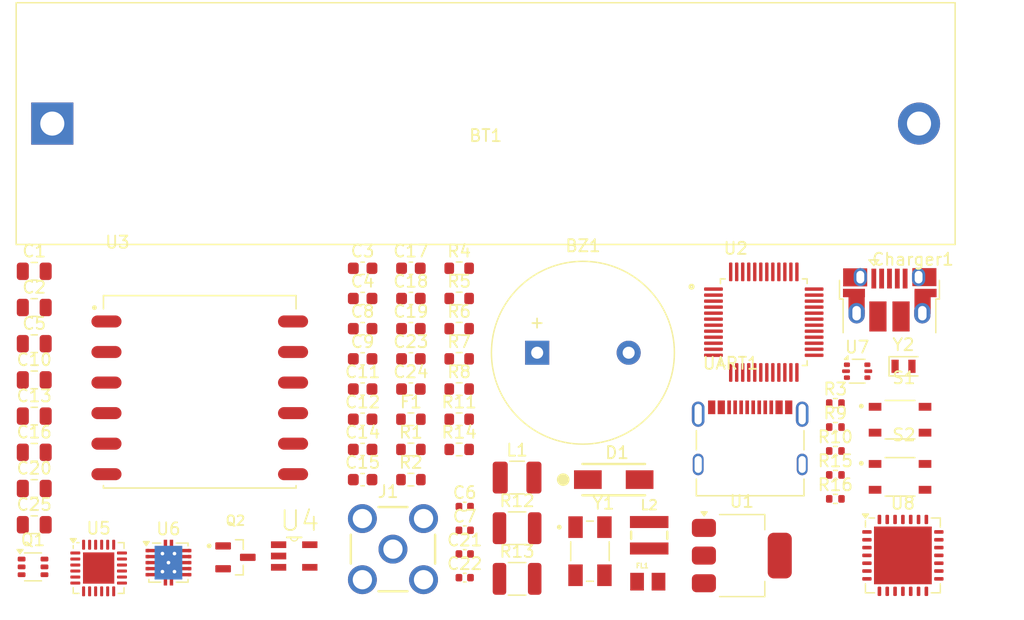
<source format=kicad_pcb>
(kicad_pcb (version 20241229) (generator "pcbnew") (generator_version "9.0")
  (layers (0 "F.Cu" signal) (2 "B.Cu" signal) (13 "F.Paste" user) (15 "B.Paste" user) (5 "F.SilkS" user "F.Silkscreen") (7 "B.SilkS" user "B.Silkscreen") (1 "F.Mask" user) (3 "B.Mask" user) (25 "Edge.Cuts" user))
  (net 0 "")
  (net 1 "Net-(BT1-+)")
  (net 2 "GND")
  (net 3 "Buzzer")
  (net 4 "5v OUT")
  (net 5 "3.3V OUT")
  (net 6 "Net-(Charger1-VBUS)")
  (net 7 "OSC_IN")
  (net 8 "Net-(C6-Pad1)")
  (net 9 "OSC_OUT")
  (net 10 "Net-(U5-REGIN)")
  (net 11 "Net-(Q2-D)")
  (net 12 "Net-(U5-VPP)")
  (net 13 "Net-(U6-VAUX)")
  (net 14 "Net-(U8-XTA)")
  (net 15 "Net-(U8-XTB)")
  (net 16 "Net-(C23-Pad2)")
  (net 17 "Net-(C23-Pad1)")
  (net 18 "Net-(Charger1-D+)")
  (net 19 "Net-(F1-Pad2)")
  (net 20 "Net-(FL1-Pad2)")
  (net 21 "Net-(U6-L)")
  (net 22 "Net-(U8-PA_BOOST)")
  (net 23 "RTS")
  (net 24 "NRST")
  (net 25 "DTR")
  (net 26 "BOOT0")
  (net 27 "GPS_Reset")
  (net 28 "Net-(U3-~{RESET})")
  (net 29 "Net-(U4-PROG)")
  (net 30 "Net-(U5-~{DTR})")
  (net 31 "Net-(U5-~{RTS})")
  (net 32 "Net-(U5-RXD)")
  (net 33 "TX")
  (net 34 "RX")
  (net 35 "Net-(U5-TXD)")
  (net 36 "Net-(U6-UVLO)")
  (net 37 "Net-(U5-~{RST})")
  (net 38 "Net-(UART1-CC2)")
  (net 39 "Net-(UART1-CC1)")
  (net 41 "PB0")
  (net 50 "GPS_TX")
  (net 52 "SCK")
  (net 53 "MISO")
  (net 55 "NSS(CS)")
  (net 57 "DIO0(IRQ)")
  (net 62 "RESET")
  (net 63 "MOSI")
  (net 68 "GPS_Rx")
  (net 84 "Net-(U5-D-)")
  (net 86 "Net-(U5-D+)")
  (net 89 "Net-(U7-I{slash}O2-Pad3)")
  (net 90 "Net-(U7-I{slash}O1-Pad1)")
  (footprint "Connector_USB:USB_Micro-B_Amphenol_10103594-0001LF_Horizontal" (layer "F.Cu") (at 105.9225 49.05)
    (property "Reference" "Charger1" (at 1.925 -3.365 0) (layer "F.SilkS"))
    (property "Value" "Charger")
    (pad "1" smd rect (at -1.325 -1.765 90) (size 1.65 0.4) (layers "F.Cu" "F.Mask" "F.Paste") (net 6 "Net-(Charger1-VBUS)"))
    (pad "2" smd rect (at -0.675 -1.765 90) (size 1.65 0.4) (layers "F.Cu" "F.Mask" "F.Paste") (net 18 "Net-(Charger1-D+)"))
    (pad "3" smd rect (at -0.025 -1.765 90) (size 1.65 0.4) (layers "F.Cu" "F.Mask" "F.Paste") (net 18 "Net-(Charger1-D+)"))
    (pad "4" smd rect (at 0.625 -1.765 90) (size 1.65 0.4) (layers "F.Cu" "F.Mask" "F.Paste") (net 2 "GND"))
    (pad "5" smd rect (at 1.275 -1.765 90) (size 1.65 0.4) (layers "F.Cu" "F.Mask" "F.Paste") (net 2 "GND"))
    (pad "6" smd rect (at -2.975 -0.565) (size 1.825 0.7) (layers "F.Cu" "F.Mask" "F.Paste") (net 2 "GND"))
    (pad "6" smd rect (at -2.875 -1.865) (size 2 1.5) (layers "F.Cu" "F.Mask" "F.Paste") (net 2 "GND"))
    (pad "6" smd rect (at -2.755 0.185) (size 1.35 2) (layers "F.Cu" "F.Mask" "F.Paste") (net 2 "GND"))
    (pad "6" thru_hole oval (at -2.755 1.115 90) (size 1.7 1.35) (drill oval 1.2 0.7) (property pad_prop_heatsink) (layers "*.Cu" "*.Mask") (net 2 "GND"))
    (pad "6" thru_hole oval (at -2.445 -1.885 90) (size 1.5 1.1) (drill oval 1.05 0.65) (property pad_prop_heatsink) (layers "*.Cu" "*.Mask") (net 2 "GND"))
    (pad "6" smd rect (at -0.985 1.385 90) (size 2.5 1.43) (layers "F.Cu" "F.Mask" "F.Paste") (net 2 "GND"))
    (pad "6" smd rect (at 0.935 1.385 90) (size 2.5 1.43) (layers "F.Cu" "F.Mask" "F.Paste") (net 2 "GND"))
    (pad "6" thru_hole oval (at 2.395 -1.885 90) (size 1.5 1.1) (drill oval 1.05 0.65) (property pad_prop_heatsink) (layers "*.Cu" "*.Mask") (net 2 "GND"))
    (pad "6" thru_hole oval (at 2.705 1.115 90) (size 1.7 1.35) (drill oval 1.2 0.7) (property pad_prop_heatsink) (layers "*.Cu" "*.Mask") (net 2 "GND"))
    (pad "6" smd rect (at 2.725 0.185) (size 1.35 2) (layers "F.Cu" "F.Mask" "F.Paste") (net 2 "GND"))
    (pad "6" smd rect (at 2.875 -1.885) (size 2 1.5) (layers "F.Cu" "F.Mask" "F.Paste") (net 2 "GND"))
    (pad "6" smd rect (at 2.975 -0.565) (size 1.825 0.7) (layers "F.Cu" "F.Mask" "F.Paste") (net 2 "GND"))
  )
  (footprint "Resistor_SMD:R_0603_1608Metric" (layer "F.Cu") (at 70.1525 46.43)
    (property "Reference" "R4" (at 0 -1.43 0) (layer "F.SilkS"))
    (property "Value" "1K")
    (pad "1" smd roundrect (at -0.825 0) (size 0.8 0.95) (layers "F.Cu" "F.Mask" "F.Paste") (net 2 "GND"))
    (pad "2" smd roundrect (at 0.825 0) (size 0.8 0.95) (layers "F.Cu" "F.Mask" "F.Paste") (net 28 "Net-(U3-~{RESET})"))
  )
  (footprint "Battery:BatteryHolder_MPD_BH-18650-PC2" (layer "F.Cu") (at 36.3525 34.4)
    (property "Reference" "BT1" (at 36 1 0) (layer "F.SilkS"))
    (property "Value" "Battery_Cell")
    (pad "" np_thru_hole circle (at 8.645 0) (size 3.2 3.2) (drill 3.2) (layers "*.Cu" "*.Mask"))
    (pad "" np_thru_hole circle (at 64.255 0) (size 3.2 3.2) (drill 3.2) (layers "*.Cu" "*.Mask"))
    (pad "1" thru_hole rect (at 0 0) (size 3.5 3.5) (drill 2) (layers "*.Cu" "*.Mask") (net 1 "Net-(BT1-+)"))
    (pad "2" thru_hole circle (at 72 0) (size 3.5 3.5) (drill 2) (layers "*.Cu" "*.Mask") (net 2 "GND"))
  )
  (footprint "ABM3B-8.000MHZ-B2-T:XTAL_ABM3B-8.000MHZ-B2-T" (layer "F.Cu") (at 81.0175 69.95)
    (property "Reference" "Y1" (at 1.125 -3.985 0) (layer "F.SilkS"))
    (property "Value" "ABM3B-8.000MHZ-B2-T")
    (pad "1" smd rect (at -1.2 -2) (size 1.2 1.8) (layers "F.Cu" "F.Mask" "F.Paste") (net 9 "OSC_OUT"))
    (pad "2" smd rect (at -1.2 2) (size 1.2 1.8) (layers "F.Cu" "F.Mask" "F.Paste") (net 2 "GND"))
    (pad "3" smd rect (at 1.2 2) (size 1.2 1.8) (layers "F.Cu" "F.Mask" "F.Paste") (net 7 "OSC_IN"))
    (pad "4" smd rect (at 1.2 -2) (size 1.2 1.8) (layers "F.Cu" "F.Mask" "F.Paste") (net 2 "GND"))
  )
  (footprint "BLM21PG221SN1D:BEADC2012X105N" (layer "F.Cu") (at 85.8205 72.483)
    (property "Reference" "FL1" (at -0.46 -1.32 0) (layer "F.SilkS") (effects (font (size 0.393701 0.393701))))
    (property "Value" "BLM21PG221SN1D")
    (pad "1" smd rect (at -0.89 0) (size 1.14 1.47) (layers "F.Cu" "F.Mask" "F.Paste") (net 19 "Net-(F1-Pad2)"))
    (pad "2" smd rect (at 0.89 0) (size 1.14 1.47) (layers "F.Cu" "F.Mask" "F.Paste") (net 20 "Net-(FL1-Pad2)"))
  )
  (footprint "Capacitor_SMD:C_0603_1608Metric" (layer "F.Cu") (at 66.1425 48.94)
    (property "Reference" "C18" (at 0 -1.43 0) (layer "F.SilkS"))
    (property "Value" "4.7uF")
    (pad "1" smd roundrect (at -0.775 0) (size 0.9 0.95) (layers "F.Cu" "F.Mask" "F.Paste") (net 12 "Net-(U5-VPP)"))
    (pad "2" smd roundrect (at 0.775 0) (size 0.9 0.95) (layers "F.Cu" "F.Mask" "F.Paste") (net 2 "GND"))
  )
  (footprint "SI2333DS-T1-E3:SOT95P237X112-3N" (layer "F.Cu") (at 51.5675 70.46)
    (property "Reference" "Q2" (at 0.00165 -3.04965 0) (layer "F.SilkS") (effects (font (size 0.8 0.8))))
    (property "Value" "Q_PMOS_DSG")
    (pad "1" smd roundrect (at -1.025 -0.95) (size 1.3 0.6) (layers "F.Cu" "F.Mask" "F.Paste") (roundrect_rratio 0.125) (net 11 "Net-(Q2-D)"))
    (pad "2" smd roundrect (at -1.025 0.95) (size 1.3 0.6) (layers "F.Cu" "F.Mask" "F.Paste") (roundrect_rratio 0.125) (net 1 "Net-(BT1-+)"))
    (pad "3" smd roundrect (at 1.025 0) (size 1.3 0.6) (layers "F.Cu" "F.Mask" "F.Paste") (roundrect_rratio 0.125) (net 6 "Net-(Charger1-VBUS)"))
  )
  (footprint "Capacitor_SMD:C_0603_1608Metric" (layer "F.Cu") (at 62.1325 61.49)
    (property "Reference" "C14" (at 0 -1.43 0) (layer "F.SilkS"))
    (property "Value" "4.7uF")
    (pad "1" smd roundrect (at -0.775 0) (size 0.9 0.95) (layers "F.Cu" "F.Mask" "F.Paste") (net 10 "Net-(U5-REGIN)"))
    (pad "2" smd roundrect (at 0.775 0) (size 0.9 0.95) (layers "F.Cu" "F.Mask" "F.Paste") (net 2 "GND"))
  )
  (footprint "L86-M33:XCVR_L86-M33" (layer "F.Cu") (at 48.6025 57.2)
    (property "Reference" "U3" (at -6.83545 -12.94087 0) (layer "F.SilkS") (effects (font (size 1.001528 1.001528))))
    (property "Value" "L86-M33")
    (pad "1" smd oval (at -7.75 -6.35) (size 2.5 1) (layers "F.Cu" "F.Mask") (net 68 "GPS_Rx"))
    (pad "2" smd oval (at -7.75 -3.81) (size 2.5 1) (layers "F.Cu" "F.Mask") (net 50 "GPS_TX"))
    (pad "3" smd oval (at -7.75 -1.27) (size 2.5 1) (layers "F.Cu" "F.Mask") (net 2 "GND"))
    (pad "4" smd oval (at -7.75 1.27) (size 2.5 1) (layers "F.Cu" "F.Mask") (net 5 "3.3V OUT"))
    (pad "5" smd oval (at -7.75 3.81) (size 2.5 1) (layers "F.Cu" "F.Mask") (net 5 "3.3V OUT"))
    (pad "6" smd oval (at -7.75 6.35) (size 2.5 1) (layers "F.Cu" "F.Mask"))
    (pad "7" smd oval (at 7.75 6.35) (size 2.5 1) (layers "F.Cu" "F.Mask"))
    (pad "8" smd oval (at 7.75 3.81) (size 2.5 1) (layers "F.Cu" "F.Mask"))
    (pad "9" smd oval (at 7.75 1.27) (size 2.5 1) (layers "F.Cu" "F.Mask"))
    (pad "10" smd oval (at 7.75 -1.27) (size 2.5 1) (layers "F.Cu" "F.Mask") (net 28 "Net-(U3-~{RESET})"))
    (pad "11" smd oval (at 7.75 -3.81) (size 2.5 1) (layers "F.Cu" "F.Mask"))
    (pad "12" smd oval (at 7.75 -6.35) (size 2.5 1) (layers "F.Cu" "F.Mask") (net 2 "GND"))
  )
  (footprint "12402012E212A:AMPHENOL_12402012E212A" (layer "F.Cu") (at 94.3275 62.74)
    (property "Reference" "UART1" (at -1.62 -8.405 0) (layer "F.SilkS"))
    (property "Value" "USB_C_Receptacle_USB2.0_16P")
    (pad "" np_thru_hole circle (at -2.89 -3.68) (size 0.65 0.65) (drill 0.65) (layers "*.Cu" "*.Mask"))
    (pad "" np_thru_hole circle (at 2.89 -3.68) (size 0.65 0.65) (drill 0.65) (layers "*.Cu" "*.Mask"))
    (pad "A1_B12" smd rect (at -3.2 -4.75) (size 0.6 1.14) (layers "F.Cu" "F.Mask" "F.Paste"))
    (pad "A4_B9" smd rect (at -2.4 -4.75) (size 0.6 1.14) (layers "F.Cu" "F.Mask" "F.Paste"))
    (pad "A5" smd rect (at -1.25 -4.75) (size 0.3 1.14) (layers "F.Cu" "F.Mask" "F.Paste") (net 39 "Net-(UART1-CC1)"))
    (pad "A6" smd rect (at -0.25 -4.75) (size 0.3 1.14) (layers "F.Cu" "F.Mask" "F.Paste") (net 90 "Net-(U7-I{slash}O1-Pad1)"))
    (pad "A7" smd rect (at 0.25 -4.75) (size 0.3 1.14) (layers "F.Cu" "F.Mask" "F.Paste") (net 89 "Net-(U7-I{slash}O2-Pad3)"))
    (pad "A8" smd rect (at 1.25 -4.75) (size 0.3 1.14) (layers "F.Cu" "F.Mask" "F.Paste"))
    (pad "B1_A12" smd rect (at 3.2 -4.75) (size 0.6 1.14) (layers "F.Cu" "F.Mask" "F.Paste"))
    (pad "B4_A9" smd rect (at 2.4 -4.75) (size 0.6 1.14) (layers "F.Cu" "F.Mask" "F.Paste"))
    (pad "B5" smd rect (at 1.75 -4.75) (size 0.3 1.14) (layers "F.Cu" "F.Mask" "F.Paste") (net 38 "Net-(UART1-CC2)"))
    (pad "B6" smd rect (at 0.75 -4.75) (size 0.3 1.14) (layers "F.Cu" "F.Mask" "F.Paste") (net 90 "Net-(U7-I{slash}O1-Pad1)"))
    (pad "B7" smd rect (at -0.75 -4.75) (size 0.3 1.14) (layers "F.Cu" "F.Mask" "F.Paste") (net 89 "Net-(U7-I{slash}O2-Pad3)"))
    (pad "B8" smd rect (at -1.75 -4.75) (size 0.3 1.14) (layers "F.Cu" "F.Mask" "F.Paste"))
    (pad "SH1" thru_hole oval (at -4.32 -4.18) (size 1.05 2.1) (drill oval 0.6 1.7) (layers "*.Cu" "*.Mask"))
    (pad "SH2" thru_hole oval (at 4.32 -4.18) (size 1.05 2.1) (drill oval 0.6 1.7) (layers "*.Cu" "*.Mask"))
    (pad "SH3" thru_hole oval (at -4.32 0) (size 0.9 1.8) (drill oval 0.6 1.4) (layers "*.Cu" "*.Mask"))
    (pad "SH4" thru_hole oval (at 4.32 0) (size 0.9 1.8) (drill oval 0.6 1.4) (layers "*.Cu" "*.Mask"))
  )
  (footprint "Capacitor_SMD:C_0603_1608Metric" (layer "F.Cu") (at 62.1325 56.47)
    (property "Reference" "C11" (at 0 -1.43 0) (layer "F.SilkS"))
    (property "Value" "4.7uF")
    (pad "1" smd roundrect (at -0.775 0) (size 0.9 0.95) (layers "F.Cu" "F.Mask" "F.Paste") (net 1 "Net-(BT1-+)"))
    (pad "2" smd roundrect (at 0.775 0) (size 0.9 0.95) (layers "F.Cu" "F.Mask" "F.Paste") (net 2 "GND"))
  )
  (footprint "Capacitor_SMD:C_0402_1005Metric" (layer "F.Cu") (at 70.6125 70.18)
    (property "Reference" "C21" (at 0 -1.16 0) (layer "F.SilkS"))
    (property "Value" "12pF")
    (pad "1" smd roundrect (at -0.48 0) (size 0.56 0.62) (layers "F.Cu" "F.Mask" "F.Paste") (net 2 "GND"))
    (pad "2" smd roundrect (at 0.48 0) (size 0.56 0.62) (layers "F.Cu" "F.Mask" "F.Paste") (net 14 "Net-(U8-XTA)"))
  )
  (footprint "Diode_SMD:SW_SKRPABE010" (layer "F.Cu") (at 106.7755 59.02)
    (property "Reference" "S1" (at 0.325 -3.485 0) (layer "F.SilkS"))
    (property "Value" "SKRPABE010")
    (pad "1" smd rect (at -2.075 -1.075) (size 1.05 0.65) (layers "F.Cu" "F.Mask" "F.Paste") (net 2 "GND"))
    (pad "2" smd rect (at 2.075 -1.075) (size 1.05 0.65) (layers "F.Cu" "F.Mask" "F.Paste") (net 2 "GND"))
    (pad "3" smd rect (at -2.075 1.075) (size 1.05 0.65) (layers "F.Cu" "F.Mask" "F.Paste") (net 5 "3.3V OUT"))
    (pad "4" smd rect (at 2.075 1.075) (size 1.05 0.65) (layers "F.Cu" "F.Mask" "F.Paste") (net 5 "3.3V OUT"))
  )
  (footprint "SMA-J-P-X-ST-TH1:SAMTEC_SMA-J-P-X-ST-TH1" (layer "F.Cu") (at 64.6525 69.78)
    (property "Reference" "J1" (at -0.39979 -4.78026 0) (layer "F.SilkS"))
    (property "Value" "SMA-J-P-X-ST-TH1")
    (pad "1" thru_hole circle (at 0 0) (size 2.4 2.4) (drill 1.6) (layers "*.Cu" "*.Mask") (net 17 "Net-(C23-Pad1)"))
    (pad "2" thru_hole circle (at 2.54 2.54) (size 2.4 2.4) (drill 1.6) (layers "*.Cu" "*.Mask") (net 2 "GND"))
    (pad "3" thru_hole circle (at 2.54 -2.54) (size 2.4 2.4) (drill 1.6) (layers "*.Cu" "*.Mask") (net 2 "GND"))
    (pad "4" thru_hole circle (at -2.54 -2.54) (size 2.4 2.4) (drill 1.6) (layers "*.Cu" "*.Mask") (net 2 "GND"))
    (pad "5" thru_hole circle (at -2.54 2.54) (size 2.4 2.4) (drill 1.6) (layers "*.Cu" "*.Mask") (net 2 "GND"))
  )
  (footprint "WE-TPC_2811:WE-TPC_2811" (layer "F.Cu") (at 85.9375 68.625)
    (property "Reference" "L2" (at 0 -2.508 0) (layer "F.SilkS") (effects (font (size 0.8 0.8))))
    (property "Value" "WE-TPC_2811")
    (pad "1" smd rect (at 0 -1.1) (size 3.2 1) (layers "F.Cu" "F.Mask" "F.Paste") (net 16 "Net-(C23-Pad2)"))
    (pad "2" smd rect (at 0 1.1) (size 3.2 1) (layers "F.Cu" "F.Mask" "F.Paste") (net 22 "Net-(U8-PA_BOOST)"))
  )
  (footprint "Resistor_SMD:R_0402_1005Metric" (layer "F.Cu") (at 101.4025 61.62)
    (property "Reference" "R10" (at 0 -1.17 0) (layer "F.SilkS"))
    (property "Value" "22R")
    (pad "1" smd roundrect (at -0.51 0) (size 0.54 0.64) (layers "F.Cu" "F.Mask" "F.Paste") (net 34 "RX"))
    (pad "2" smd roundrect (at 0.51 0) (size 0.54 0.64) (layers "F.Cu" "F.Mask" "F.Paste") (net 35 "Net-(U5-TXD)"))
  )
  (footprint "Buzzer_Beeper:Buzzer_15x7.5RM7.6" (layer "F.Cu") (at 76.6325 53.45)
    (property "Reference" "BZ1" (at 3.81 -8.89 0) (layer "F.SilkS"))
    (property "Value" "Buzzer")
    (fp_text user "+" (at -0.01 -2.54 0) (layer "F.SilkS"))
    (pad "1" thru_hole rect (at 0 0) (size 2 2) (drill 1) (layers "*.Cu" "*.Mask") (net 3 "Buzzer"))
    (pad "2" thru_hole circle (at 7.6 0) (size 2 2) (drill 1) (layers "*.Cu" "*.Mask") (net 2 "GND"))
  )
  (footprint "Resistor_SMD:R_0603_1608Metric" (layer "F.Cu") (at 66.1425 61.49)
    (property "Reference" "R1" (at 0 -1.43 0) (layer "F.SilkS"))
    (property "Value" "10K")
    (pad "1" smd roundrect (at -0.825 0) (size 0.8 0.95) (layers "F.Cu" "F.Mask" "F.Paste") (net 2 "GND"))
    (pad "2" smd roundrect (at 0.825 0) (size 0.8 0.95) (layers "F.Cu" "F.Mask" "F.Paste") (net 26 "BOOT0"))
  )
  (footprint "Resistor_SMD:R_0402_1005Metric" (layer "F.Cu") (at 101.4025 59.63)
    (property "Reference" "R9" (at 0 -1.17 0) (layer "F.SilkS"))
    (property "Value" "22R")
    (pad "1" smd roundrect (at -0.51 0) (size 0.54 0.64) (layers "F.Cu" "F.Mask" "F.Paste") (net 33 "TX"))
    (pad "2" smd roundrect (at 0.51 0) (size 0.54 0.64) (layers "F.Cu" "F.Mask" "F.Paste") (net 32 "Net-(U5-RXD)"))
  )
  (footprint "Capacitor_SMD:C_0603_1608Metric" (layer "F.Cu") (at 66.1425 51.45)
    (property "Reference" "C19" (at 0 -1.43 0) (layer "F.SilkS"))
    (property "Value" "1uF")
    (pad "1" smd roundrect (at -0.775 0) (size 0.9 0.95) (layers "F.Cu" "F.Mask" "F.Paste") (net 13 "Net-(U6-VAUX)"))
    (pad "2" smd roundrect (at 0.775 0) (size 0.9 0.95) (layers "F.Cu" "F.Mask" "F.Paste") (net 2 "GND"))
  )
  (footprint "Inductor_SMD:L_1210_3225Metric" (layer "F.Cu") (at 74.9625 63.83)
    (property "Reference" "L1" (at 0 -2.28 0) (layer "F.SilkS"))
    (property "Value" "2.2uH")
    (pad "1" smd roundrect (at -1.4 0) (size 1.25 2.65) (layers "F.Cu" "F.Mask" "F.Paste") (roundrect_rratio 0.2) (net 11 "Net-(Q2-D)"))
    (pad "2" smd roundrect (at 1.4 0) (size 1.25 2.65) (layers "F.Cu" "F.Mask" "F.Paste") (roundrect_rratio 0.2) (net 21 "Net-(U6-L)"))
  )
  (footprint "Capacitor_SMD:C_0603_1608Metric" (layer "F.Cu") (at 66.1425 53.96)
    (property "Reference" "C23" (at 0 -1.43 0) (layer "F.SilkS"))
    (property "Value" "27pF")
    (pad "1" smd roundrect (at -0.775 0) (size 0.9 0.95) (layers "F.Cu" "F.Mask" "F.Paste") (net 17 "Net-(C23-Pad1)"))
    (pad "2" smd roundrect (at 0.775 0) (size 0.9 0.95) (layers "F.Cu" "F.Mask" "F.Paste") (net 16 "Net-(C23-Pad2)"))
  )
  (footprint "Capacitor_SMD:C_0805_2012Metric" (layer "F.Cu") (at 34.8525 61.73)
    (property "Reference" "C16" (at 0 -1.68 0) (layer "F.SilkS"))
    (property "Value" "22uF")
    (pad "1" smd roundrect (at -0.95 0) (size 1 1.45) (layers "F.Cu" "F.Mask" "F.Paste") (net 10 "Net-(U5-REGIN)"))
    (pad "2" smd roundrect (at 0.95 0) (size 1 1.45) (layers "F.Cu" "F.Mask" "F.Paste") (net 2 "GND"))
  )
  (footprint "Capacitor_SMD:C_0603_1608Metric" (layer "F.Cu") (at 62.1325 58.98)
    (property "Reference" "C12" (at 0 -1.43 0) (layer "F.SilkS"))
    (property "Value" "0.1uF")
    (pad "1" smd roundrect (at -0.775 0) (size 0.9 0.95) (layers "F.Cu" "F.Mask" "F.Paste") (net 5 "3.3V OUT"))
    (pad "2" smd roundrect (at 0.775 0) (size 0.9 0.95) (layers "F.Cu" "F.Mask" "F.Paste") (net 2 "GND"))
  )
  (footprint "Capacitor_SMD:C_0402_1005Metric" (layer "F.Cu") (at 70.6125 72.15)
    (property "Reference" "C22" (at 0 -1.16 0) (layer "F.SilkS"))
    (property "Value" "12pF")
    (pad "1" smd roundrect (at -0.48 0) (size 0.56 0.62) (layers "F.Cu" "F.Mask" "F.Paste") (net 2 "GND"))
    (pad "2" smd roundrect (at 0.48 0) (size 0.56 0.62) (layers "F.Cu" "F.Mask" "F.Paste") (net 15 "Net-(U8-XTB)"))
  )
  (footprint "Package_TO_SOT_SMD:SOT-666" (layer "F.Cu") (at 103.2125 54.985)
    (property "Reference" "U7" (at 0 -2 0) (layer "F.SilkS"))
    (property "Value" "USBLC6-2P6")
    (pad "1" smd roundrect (at -0.85 -0.5375) (size 0.5 0.375) (layers "F.Cu" "F.Mask" "F.Paste") (net 90 "Net-(U7-I{slash}O1-Pad1)"))
    (pad "2" smd roundrect (at -0.925 0) (size 0.65 0.3) (layers "F.Cu" "F.Mask" "F.Paste") (net 2 "GND"))
    (pad "3" smd roundrect (at -0.85 0.5375) (size 0.5 0.375) (layers "F.Cu" "F.Mask" "F.Paste") (net 89 "Net-(U7-I{slash}O2-Pad3)"))
    (pad "4" smd roundrect (at 0.85 0.5375) (size 0.5 0.375) (layers "F.Cu" "F.Mask" "F.Paste") (net 84 "Net-(U5-D-)"))
    (pad "5" smd roundrect (at 0.925 0) (size 0.65 0.3) (layers "F.Cu" "F.Mask" "F.Paste") (net 10 "Net-(U5-REGIN)"))
    (pad "6" smd roundrect (at 0.85 -0.5375) (size 0.5 0.375) (layers "F.Cu" "F.Mask" "F.Paste") (net 86 "Net-(U5-D+)"))
  )
  (footprint "Resistor_SMD:R_0603_1608Metric" (layer "F.Cu") (at 70.1525 61.49)
    (property "Reference" "R14" (at 0 -1.43 0) (layer "F.SilkS"))
    (property "Value" "10K")
    (pad "1" smd roundrect (at -0.825 0) (size 0.8 0.95) (layers "F.Cu" "F.Mask" "F.Paste") (net 37 "Net-(U5-~{RST})"))
    (pad "2" smd roundrect (at 0.825 0) (size 0.8 0.95) (layers "F.Cu" "F.Mask" "F.Paste") (net 5 "3.3V OUT"))
  )
  (footprint "Crystal:Crystal_SMD_2012-2Pin_2.0x1.2mm" (layer "F.Cu") (at 107.0625 54.58)
    (property "Reference" "Y2" (at 0 -1.8 0) (layer "F.SilkS"))
    (property "Value" "Crystal")
    (pad "1" smd rect (at -0.7 0) (size 0.6 1.1) (layers "F.Cu" "F.Mask" "F.Paste") (net 15 "Net-(U8-XTB)"))
    (pad "2" smd rect (at 0.7 0) (size 0.6 1.1) (layers "F.Cu" "F.Mask" "F.Paste") (net 14 "Net-(U8-XTA)"))
  )
  (footprint "Capacitor_SMD:C_0402_1005Metric" (layer "F.Cu") (at 70.6125 68.21)
    (property "Reference" "C7" (at 0 -1.16 0) (layer "F.SilkS"))
    (property "Value" "20pF")
    (pad "1" smd roundrect (at -0.48 0) (size 0.56 0.62) (layers "F.Cu" "F.Mask" "F.Paste") (net 8 "Net-(C6-Pad1)"))
    (pad "2" smd roundrect (at 0.48 0) (size 0.56 0.62) (layers "F.Cu" "F.Mask" "F.Paste") (net 9 "OSC_OUT"))
  )
  (footprint "Capacitor_SMD:C_0805_2012Metric" (layer "F.Cu") (at 34.8525 49.69)
    (property "Reference" "C2" (at 0 -1.68 0) (layer "F.SilkS"))
    (property "Value" "22uF")
    (pad "1" smd roundrect (at -0.95 0) (size 1 1.45) (layers "F.Cu" "F.Mask" "F.Paste") (net 5 "3.3V OUT"))
    (pad "2" smd roundrect (at 0.95 0) (size 1 1.45) (layers "F.Cu" "F.Mask" "F.Paste") (net 2 "GND"))
  )
  (footprint "Resistor_SMD:R_0603_1608Metric" (layer "F.Cu") (at 66.1425 64)
    (property "Reference" "R2" (at 0 -1.43 0) (layer "F.SilkS"))
    (property "Value" "10K")
    (pad "1" smd roundrect (at -0.825 0) (size 0.8 0.95) (layers "F.Cu" "F.Mask" "F.Paste") (net 5 "3.3V OUT"))
    (pad "2" smd roundrect (at 0.825 0) (size 0.8 0.95) (layers "F.Cu" "F.Mask" "F.Paste") (net 24 "NRST"))
  )
  (footprint "Package_SON:Texas_S-PVSON-N10_ThermalVias" (layer "F.Cu") (at 46.0025 70.9)
    (property "Reference" "U6" (at 0 -2.8 0) (layer "F.SilkS"))
    (property "Value" "TPS61200DRC")
    (pad "1" smd rect (at -1.76 -1) (size 0.28 0.28) (layers "F.Cu" "F.Mask" "F.Paste") (net 13 "Net-(U6-VAUX)"))
    (pad "1" smd oval (at -1.475 -1) (size 0.85 0.28) (layers "F.Cu" "F.Mask" "F.Paste") (net 13 "Net-(U6-VAUX)"))
    (pad "2" smd rect (at -1.76 -0.5) (size 0.28 0.28) (layers "F.Cu" "F.Mask" "F.Paste") (net 4 "5v OUT"))
    (pad "2" smd oval (at -1.475 -0.5) (size 0.85 0.28) (layers "F.Cu" "F.Mask" "F.Paste") (net 4 "5v OUT"))
    (pad "3" smd rect (at -1.76 0) (size 0.28 0.28) (layers "F.Cu" "F.Mask" "F.Paste") (net 21 "Net-(U6-L)"))
    (pad "3" smd oval (at -1.475 0) (size 0.85 0.28) (layers "F.Cu" "F.Mask" "F.Paste") (net 21 "Net-(U6-L)"))
    (pad "4" smd rect (at -1.76 0.5) (size 0.28 0.28) (layers "F.Cu" "F.Mask" "F.Paste") (net 2 "GND"))
    (pad "4" smd oval (at -1.475 0.5) (size 0.85 0.28) (layers "F.Cu" "F.Mask" "F.Paste") (net 2 "GND"))
    (pad "5" smd rect (at -1.76 1) (size 0.28 0.28) (layers "F.Cu" "F.Mask" "F.Paste") (net 11 "Net-(Q2-D)"))
    (pad "5" smd oval (at -1.475 1) (size 0.85 0.28) (layers "F.Cu" "F.Mask" "F.Paste") (net 11 "Net-(Q2-D)"))
    (pad "6" smd oval (at 1.475 1) (size 0.85 0.28) (layers "F.Cu" "F.Mask" "F.Paste") (net 11 "Net-(Q2-D)"))
    (pad "6" smd rect (at 1.76 1) (size 0.28 0.28) (layers "F.Cu" "F.Mask" "F.Paste") (net 11 "Net-(Q2-D)"))
    (pad "7" smd oval (at 1.475 0.5) (size 0.85 0.28) (layers "F.Cu" "F.Mask" "F.Paste") (net 36 "Net-(U6-UVLO)"))
    (pad "7" smd rect (at 1.76 0.5) (size 0.28 0.28) (layers "F.Cu" "F.Mask" "F.Paste") (net 36 "Net-(U6-UVLO)"))
    (pad "8" smd oval (at 1.475 0) (size 0.85 0.28) (layers "F.Cu" "F.Mask" "F.Paste") (net 11 "Net-(Q2-D)"))
    (pad "8" smd rect (at 1.76 0) (size 0.28 0.28) (layers "F.Cu" "F.Mask" "F.Paste") (net 11 "Net-(Q2-D)"))
    (pad "9" smd oval (at 1.475 -0.5) (size 0.85 0.28) (layers "F.Cu" "F.Mask" "F.Paste") (net 2 "GND"))
    (pad "9" smd rect (at 1.76 -0.5) (size 0.28 0.28) (layers "F.Cu" "F.Mask" "F.Paste") (net 2 "GND"))
    (pad "10" smd oval (at 1.475 -1) (size 0.85 0.28) (layers "F.Cu" "F.Mask" "F.Paste") (net 4 "5v OUT"))
    (pad "10" smd rect (at 1.76 -1) (size 0.28 0.28) (layers "F.Cu" "F.Mask" "F.Paste") (net 4 "5v OUT"))
    (pad "11" thru_hole circle (at -0.5 -0.75) (size 0.6 0.6) (drill 0.3) (layers "*.Cu" "*.Mask") (net 2 "GND"))
    (pad "11" thru_hole circle (at -0.5 0.75) (size 0.6 0.6) (drill 0.3) (layers "*.Cu" "*.Mask") (net 2 "GND"))
    (pad "11" smd rect (at -0.45 -0.635) (size 0.68 1.05) (layers "F.Cu" "F.Mask" "F.Paste") (net 2 "GND"))
    (pad "11" smd rect (at -0.45 0.635) (size 0.68 1.05) (layers "F.Cu" "F.Mask" "F.Paste") (net 2 "GND"))
    (pad "11" smd rect (at -0.25 -1.63) (size 0.26 0.5) (layers "F.Cu" "F.Mask" "F.Paste") (net 2 "GND"))
    (pad "11" smd rect (at -0.25 -1.55) (size 0.28 0.7) (layers "F.Cu" "F.Mask") (net 2 "GND"))
    (pad "11" smd rect (at -0.25 1.55) (size 0.28 0.7) (layers "F.Cu" "F.Mask") (net 2 "GND"))
    (pad "11" smd rect (at -0.25 1.63) (size 0.26 0.5) (layers "F.Cu" "F.Mask" "F.Paste") (net 2 "GND"))
    (pad "11" thru_hole circle (at 0 0) (size 0.6 0.6) (drill 0.3) (layers "*.Cu" "*.Mask") (net 2 "GND"))
    (pad "11" smd rect (at 0 0) (size 1.65 2.4) (layers "F.Cu" "F.Mask") (net 2 "GND"))
    (pad "11" smd rect (at 0 0) (size 2.3 2.8) (layers "B.Cu") (net 2 "GND"))
    (pad "11" smd rect (at 0.25 -1.63) (size 0.26 0.5) (layers "F.Cu" "F.Mask" "F.Paste") (net 2 "GND"))
    (pad "11" smd rect (at 0.25 -1.55) (size 0.28 0.7) (layers "F.Cu" "F.Mask") (net 2 "GND"))
    (pad "11" smd rect (at 0.25 1.55) (size 0.28 0.7) (layers "F.Cu" "F.Mask") (net 2 "GND"))
    (pad "11" smd rect (at 0.25 1.63) (size 0.26 0.5) (layers "F.Cu" "F.Mask" "F.Paste") (net 2 "GND"))
    (pad "11" smd rect (at 0.45 -0.635) (size 0.68 1.05) (layers "F.Cu" "F.Mask" "F.Paste") (net 2 "GND"))
    (pad "11" smd rect (at 0.45 0.635) (size 0.68 1.05) (layers "F.Cu" "F.Mask" "F.Paste") (net 2 "GND"))
    (pad "11" thru_hole circle (at 0.5 -0.75) (size 0.6 0.6) (drill 0.3) (layers "*.Cu" "*.Mask") (net 2 "GND"))
    (pad "11" thru_hole circle (at 0.5 0.75) (size 0.6 0.6) (drill 0.3) (layers "*.Cu" "*.Mask") (net 2 "GND"))
  )
  (footprint "Package_TO_SOT_SMD:SOT95P280X145-5N" (layer "F.Cu") (at 56.4479 70.3506)
    (property "Reference" "U4" (at 0.45745 -2.92254 0) (layer "F.SilkS") (effects (font (size 1.640866 1.640866))))
    (property "Value" "MCP73831-2-OT")
    (pad "1" smd rect (at -1.2954 -0.9398) (size 1.27 0.5588) (layers "F.Cu" "F.Mask" "F.Paste"))
    (pad "2" smd rect (at -1.2954 0) (size 1.27 0.5588) (layers "F.Cu" "F.Mask" "F.Paste") (net 2 "GND"))
    (pad "3" smd rect (at -1.2954 0.9398) (size 1.27 0.5588) (layers "F.Cu" "F.Mask" "F.Paste") (net 1 "Net-(BT1-+)"))
    (pad "4" smd rect (at 1.2954 0.9398) (size 1.27 0.5588) (layers "F.Cu" "F.Mask" "F.Paste") (net 6 "Net-(Charger1-VBUS)"))
    (pad "5" smd rect (at 1.2954 -0.9398) (size 1.27 0.5588) (layers "F.Cu" "F.Mask" "F.Paste") (net 29 "Net-(U4-PROG)"))
  )
  (footprint "Diode_SMD:SW_SKRPABE010" (layer "F.Cu") (at 106.7755 63.77)
    (property "Reference" "S2" (at 0.325 -3.485 0) (layer "F.SilkS"))
    (property "Value" "SKRPABE010")
    (pad "1" smd rect (at -2.075 -1.075) (size 1.05 0.65) (layers "F.Cu" "F.Mask" "F.Paste") (net 24 "NRST"))
    (pad "2" smd rect (at 2.075 -1.075) (size 1.05 0.65) (layers "F.Cu" "F.Mask" "F.Paste") (net 24 "NRST"))
    (pad "3" smd rect (at -2.075 1.075) (size 1.05 0.65) (layers "F.Cu" "F.Mask" "F.Paste") (net 2 "GND"))
    (pad "4" smd rect (at 2.075 1.075) (size 1.05 0.65) (layers "F.Cu" "F.Mask" "F.Paste") (net 2 "GND"))
  )
  (footprint "Resistor_SMD:R_0603_1608Metric" (layer "F.Cu") (at 70.1525 53.96)
    (property "Reference" "R7" (at 0 -1.43 0) (layer "F.SilkS"))
    (property "Value" "10K")
    (pad "1" smd roundrect (at -0.825 0) (size 0.8 0.95) (layers "F.Cu" "F.Mask" "F.Paste") (net 25 "DTR"))
    (pad "2" smd roundrect (at 0.825 0) (size 0.8 0.95) (layers "F.Cu" "F.Mask" "F.Paste") (net 30 "Net-(U5-~{DTR})"))
  )
  (footprint "Package_DFN_QFN:QFN-28-1EP_6x6mm_P0.65mm_EP4.8x4.8mm" (layer "F.Cu") (at 107.0125 70.3)
    (property "Reference" "U8" (at 0 -4.33 0) (layer "F.SilkS"))
    (property "Value" "SX1278")
    (pad "1" smd roundrect (at -2.9875 -1.95) (size 0.775 0.3) (layers "F.Cu" "F.Mask" "F.Paste"))
    (pad "2" smd roundrect (at -2.9875 -1.3) (size 0.775 0.3) (layers "F.Cu" "F.Mask" "F.Paste"))
    (pad "3" smd roundrect (at -2.9875 -0.65) (size 0.775 0.3) (layers "F.Cu" "F.Mask" "F.Paste") (net 5 "3.3V OUT"))
    (pad "4" smd roundrect (at -2.9875 0) (size 0.775 0.3) (layers "F.Cu" "F.Mask" "F.Paste"))
    (pad "5" smd roundrect (at -2.9875 0.65) (size 0.775 0.3) (layers "F.Cu" "F.Mask" "F.Paste") (net 14 "Net-(U8-XTA)"))
    (pad "6" smd roundrect (at -2.9875 1.3) (size 0.775 0.3) (layers "F.Cu" "F.Mask" "F.Paste") (net 15 "Net-(U8-XTB)"))
    (pad "7" smd roundrect (at -2.9875 1.95) (size 0.775 0.3) (layers "F.Cu" "F.Mask" "F.Paste") (net 62 "RESET"))
    (pad "8" smd roundrect (at -1.95 2.9875) (size 0.3 0.775) (layers "F.Cu" "F.Mask" "F.Paste") (net 57 "DIO0(IRQ)"))
    (pad "9" smd roundrect (at -1.3 2.9875) (size 0.3 0.775) (layers "F.Cu" "F.Mask" "F.Paste"))
    (pad "10" smd roundrect (at -0.65 2.9875) (size 0.3 0.775) (layers "F.Cu" "F.Mask" "F.Paste"))
    (pad "11" smd roundrect (at 0 2.9875) (size 0.3 0.775) (layers "F.Cu" "F.Mask" "F.Paste"))
    (pad "12" smd roundrect (at 0.65 2.9875) (size 0.3 0.775) (layers "F.Cu" "F.Mask" "F.Paste"))
    (pad "13" smd roundrect (at 1.3 2.9875) (size 0.3 0.775) (layers "F.Cu" "F.Mask" "F.Paste"))
    (pad "14" smd roundrect (at 1.95 2.9875) (size 0.3 0.775) (layers "F.Cu" "F.Mask" "F.Paste") (net 5 "3.3V OUT"))
    (pad "15" smd roundrect (at 2.9875 1.95) (size 0.775 0.3) (layers "F.Cu" "F.Mask" "F.Paste") (net 2 "GND"))
    (pad "16" smd roundrect (at 2.9875 1.3) (size 0.775 0.3) (layers "F.Cu" "F.Mask" "F.Paste") (net 52 "SCK"))
    (pad "17" smd roundrect (at 2.9875 0.65) (size 0.775 0.3) (layers "F.Cu" "F.Mask" "F.Paste") (net 53 "MISO"))
    (pad "18" smd roundrect (at 2.9875 0) (size 0.775 0.3) (layers "F.Cu" "F.Mask" "F.Paste") (net 63 "MOSI"))
    (pad "19" smd roundrect (at 2.9875 -0.65) (size 0.775 0.3) (layers "F.Cu" "F.Mask" "F.Paste") (net 55 "NSS(CS)"))
    (pad "20" smd roundrect (at 2.9875 -1.3) (size 0.775 0.3) (layers "F.Cu" "F.Mask" "F.Paste"))
    (pad "21" smd roundrect (at 2.9875 -1.95) (size 0.775 0.3) (layers "F.Cu" "F.Mask" "F.Paste") (net 2 "GND"))
    (pad "22" smd roundrect (at 1.95 -2.9875) (size 0.3 0.775) (layers "F.Cu" "F.Mask" "F.Paste") (net 2 "GND"))
    (pad "23" smd roundrect (at 1.3 -2.9875) (size 0.3 0.775) (layers "F.Cu" "F.Mask" "F.Paste") (net 2 "GND"))
    (pad "24" smd roundrect (at 0.65 -2.9875) (size 0.3 0.775) (layers "F.Cu" "F.Mask" "F.Paste") (net 5 "3.3V OUT"))
    (pad "25" smd roundrect (at 0 -2.9875) (size 0.3 0.775) (layers "F.Cu" "F.Mask" "F.Paste"))
    (pad "26" smd roundrect (at -0.65 -2.9875) (size 0.3 0.775) (layers "F.Cu" "F.Mask" "F.Paste") (net 2 "GND"))
    (pad "27" smd roundrect (at -1.3 -2.9875) (size 0.3 0.775) (layers "F.Cu" "F.Mask" "F.Paste") (net 22 "Net-(U8-PA_BOOST)"))
    (pad "28" smd roundrect (at -1.95 -2.9875) (size 0.3 0.775) (layers "F.Cu" "F.Mask" "F.Paste"))
    (pad "29" smd rect (at 0 0) (size 4.8 4.8) (property pad_prop_heatsink) (layers "F.Cu" "F.Mask") (net 2 "GND"))
  )
  (footprint "Resistor_SMD:R_0603_1608Metric" (layer "F.Cu") (at 70.1525 51.45)
    (property "Reference" "R6" (at 0 -1.43 0) (layer "F.SilkS"))
    (property "Value" "10K")
    (pad "1" smd roundrect (at -0.825 0) (size 0.8 0.95) (layers "F.Cu" "F.Mask" "F.Paste") (net 6 "Net-(Charger1-VBUS)"))
    (pad "2" smd roundrect (at 0.825 0) (size 0.8 0.95) (layers "F.Cu" "F.Mask" "F.Paste") (net 2 "GND"))
  )
  (footprint "Capacitor_SMD:C_0402_1005Metric" (layer "F.Cu") (at 70.6125 66.24)
    (property "Reference" "C6" (at 0 -1.16 0) (layer "F.SilkS"))
    (property "Value" "20pF")
    (pad "1" smd roundrect (at -0.48 0) (size 0.56 0.62) (layers "F.Cu" "F.Mask" "F.Paste") (net 8 "Net-(C6-Pad1)"))
    (pad "2" smd roundrect (at 0.48 0) (size 0.56 0.62) (layers "F.Cu" "F.Mask" "F.Paste") (net 7 "OSC_IN"))
  )
  (footprint "Capacitor_SMD:C_0603_1608Metric" (layer "F.Cu") (at 62.1325 48.94)
    (property "Reference" "C4" (at 0 -1.43 0) (layer "F.SilkS"))
    (property "Value" "1uF")
    (pad "1" smd roundrect (at -0.775 0) (size 0.9 0.95) (layers "F.Cu" "F.Mask" "F.Paste") (net 2 "GND"))
    (pad "2" smd roundrect (at 0.775 0) (size 0.9 0.95) (layers "F.Cu" "F.Mask" "F.Paste") (net 5 "3.3V OUT"))
  )
  (footprint "Resistor_SMD:R_0402_1005Metric" (layer "F.Cu") (at 101.4025 63.61)
    (property "Reference" "R15" (at 0 -1.17 0) (layer "F.SilkS"))
    (property "Value" "5.1K")
    (pad "1" smd roundrect (at -0.51 0) (size 0.54 0.64) (layers "F.Cu" "F.Mask" "F.Paste") (net 2 "GND"))
    (pad "2" smd roundrect (at 0.51 0) (size 0.54 0.64) (layers "F.Cu" "F.Mask" "F.Paste") (net 38 "Net-(UART1-CC2)"))
  )
  (footprint "Package_TO_SOT_SMD:SOT-363_SC-70-6" (layer "F.Cu") (at 34.7525 71.255)
    (property "Reference" "Q1" (at 0 -2.25 0) (layer "F.SilkS"))
    (property "Value" "UMH3N")
    (pad "1" smd roundrect (at -0.95 -0.65) (size 0.65 0.4) (layers "F.Cu" "F.Mask" "F.Paste") (net 23 "RTS"))
    (pad "2" smd roundrect (at -0.95 0) (size 0.65 0.4) (layers "F.Cu" "F.Mask" "F.Paste") (net 25 "DTR"))
    (pad "3" smd roundrect (at -0.95 0.65) (size 0.65 0.4) (layers "F.Cu" "F.Mask" "F.Paste") (net 24 "NRST"))
    (pad "4" smd roundrect (at 0.95 0.65) (size 0.65 0.4) (layers "F.Cu" "F.Mask" "F.Paste") (net 25 "DTR"))
    (pad "5" smd roundrect (at 0.95 0) (size 0.65 0.4) (layers "F.Cu" "F.Mask" "F.Paste") (net 23 "RTS"))
    (pad "6" smd roundrect (at 0.95 -0.65) (size 0.65 0.4) (layers "F.Cu" "F.Mask" "F.Paste") (net 26 "BOOT0"))
  )
  (footprint "Capacitor_SMD:C_0603_1608Metric" (layer "F.Cu") (at 66.1425 46.43)
    (property "Reference" "C17" (at 0 -1.43 0) (layer "F.SilkS"))
    (property "Value" "0.1uF")
    (pad "1" smd roundrect (at -0.775 0) (size 0.9 0.95) (layers "F.Cu" "F.Mask" "F.Paste") (net 2 "GND"))
    (pad "2" smd roundrect (at 0.775 0) (size 0.9 0.95) (layers "F.Cu" "F.Mask" "F.Paste") (net 10 "Net-(U5-REGIN)"))
  )
  (footprint "Resistor_SMD:R_0603_1608Metric" (layer "F.Cu") (at 66.1425 58.98)
    (property "Reference" "F1" (at 0 -1.43 0) (layer "F.SilkS"))
    (property "Value" "Polyfuse")
    (pad "1" smd roundrect (at -0.825 0) (size 0.8 0.95) (layers "F.Cu" "F.Mask" "F.Paste") (net 10 "Net-(U5-REGIN)"))
    (pad "2" smd roundrect (at 0.825 0) (size 0.8 0.95) (layers "F.Cu" "F.Mask" "F.Paste") (net 19 "Net-(F1-Pad2)"))
  )
  (footprint "Resistor_SMD:R_0603_1608Metric" (layer "F.Cu") (at 70.1525 56.47)
    (property "Reference" "R8" (at 0 -1.43 0) (layer "F.SilkS"))
    (property "Value" "10K")
    (pad "1" smd roundrect (at -0.825 0) (size 0.8 0.95) (layers "F.Cu" "F.Mask" "F.Paste") (net 23 "RTS"))
    (pad "2" smd roundrect (at 0.825 0) (size 0.8 0.95) (layers "F.Cu" "F.Mask" "F.Paste") (net 31 "Net-(U5-~{RTS})"))
  )
  (footprint "Capacitor_SMD:C_0603_1608Metric" (layer "F.Cu") (at 62.1325 64)
    (property "Reference" "C15" (at 0 -1.43 0) (layer "F.SilkS"))
    (property "Value" "4.7uF")
    (pad "1" smd roundrect (at -0.775 0) (size 0.9 0.95) (layers "F.Cu" "F.Mask" "F.Paste") (net 11 "Net-(Q2-D)"))
    (pad "2" smd roundrect (at 0.775 0) (size 0.9 0.95) (layers "F.Cu" "F.Mask" "F.Paste") (net 2 "GND"))
  )
  (footprint "Capacitor_SMD:C_0805_2012Metric" (layer "F.Cu") (at 34.8525 58.72)
    (property "Reference" "C13" (at 0 -1.68 0) (layer "F.SilkS"))
    (property "Value" "22uF")
    (pad "1" smd roundrect (at -0.95 0) (size 1 1.45) (layers "F.Cu" "F.Mask" "F.Paste") (net 2 "GND"))
    (pad "2" smd roundrect (at 0.95 0) (size 1 1.45) (layers "F.Cu" "F.Mask" "F.Paste") (net 5 "3.3V OUT"))
  )
  (footprint "Resistor_SMD:R_0603_1608Metric" (layer "F.Cu") (at 70.1525 58.98)
    (property "Reference" "R11" (at 0 -1.43 0) (layer "F.SilkS"))
    (property "Value" "1M")
    (pad "1" smd roundrect (at -0.825 0) (size 0.8 0.95) (layers "F.Cu" "F.Mask" "F.Paste") (net 7 "OSC_IN"))
    (pad "2" smd roundrect (at 0.825 0) (size 0.8 0.95) (layers "F.Cu" "F.Mask" "F.Paste") (net 9 "OSC_OUT"))
  )
  (footprint "Resistor_SMD:R_0402_1005Metric" (layer "F.Cu") (at 101.4025 57.64)
    (property "Reference" "R3" (at 0 -1.17 0) (layer "F.SilkS"))
    (property "Value" "100R")
    (pad "1" smd roundrect (at -0.51 0) (size 0.54 0.64) (layers "F.Cu" "F.Mask" "F.Paste") (net 27 "GPS_Reset"))
    (pad "2" smd roundrect (at 0.51 0) (size 0.54 0.64) (layers "F.Cu" "F.Mask" "F.Paste") (net 28 "Net-(U3-~{RESET})"))
  )
  (footprint "Resistor_SMD:R_0603_1608Metric" (layer "F.Cu") (at 70.1525 48.94)
    (property "Reference" "R5" (at 0 -1.43 0) (layer "F.SilkS"))
    (property "Value" "10K")
    (pad "1" smd roundrect (at -0.825 0) (size 0.8 0.95) (layers "F.Cu" "F.Mask" "F.Paste") (net 29 "Net-(U4-PROG)"))
    (pad "2" smd roundrect (at 0.825 0) (size 0.8 0.95) (layers "F.Cu" "F.Mask" "F.Paste") (net 2 "GND"))
  )
  (footprint "Package_TO_SOT_SMD:SOT-223-3_TabPin2" (layer "F.Cu") (at 93.6325 70.315)
    (property "Reference" "U1" (at 0 -4.5 0) (layer "F.SilkS"))
    (property "Value" "AMS1117-3.3")
    (pad "1" smd roundrect (at -3.15 -2.3) (size 2 1.5) (layers "F.Cu" "F.Mask" "F.Paste") (net 2 "GND"))
    (pad "2" smd roundrect (at -3.15 0) (size 2 1.5) (layers "F.Cu" "F.Mask" "F.Paste") (net 5 "3.3V OUT"))
    (pad "2" smd roundrect (at 3.15 0) (size 2 3.8) (layers "F.Cu" "F.Mask" "F.Paste") (net 5 "3.3V OUT"))
    (pad "3" smd roundrect (at -3.15 2.3) (size 2 1.5) (layers "F.Cu" "F.Mask" "F.Paste") (net 4 "5v OUT"))
  )
  (footprint "Capacitor_SMD:C_0603_1608Metric" (layer "F.Cu") (at 66.1425 56.47)
    (property "Reference" "C24" (at 0 -1.43 0) (layer "F.SilkS"))
    (property "Value" "1uF")
    (pad "1" smd roundrect (at -0.775 0) (size 0.9 0.95) (layers "F.Cu" "F.Mask" "F.Paste") (net 2 "GND"))
    (pad "2" smd roundrect (at 0.775 0) (size 0.9 0.95) (layers "F.Cu" "F.Mask" "F.Paste") (net 5 "3.3V OUT"))
  )
  (footprint "Capacitor_SMD:C_0805_2012Metric" (layer "F.Cu") (at 34.8525 52.7)
    (property "Reference" "C5" (at 0 -1.68 0) (layer "F.SilkS"))
    (property "Value" "22uF")
    (pad "1" smd roundrect (at -0.95 0) (size 1 1.45) (layers "F.Cu" "F.Mask" "F.Paste") (net 2 "GND"))
    (pad "2" smd roundrect (at 0.95 0) (size 1 1.45) (layers "F.Cu" "F.Mask" "F.Paste") (net 5 "3.3V OUT"))
  )
  (footprint "Capacitor_SMD:C_0603_1608Metric" (layer "F.Cu") (at 62.1325 51.45)
    (property "Reference" "C8" (at 0 -1.43 0) (layer "F.SilkS"))
    (property "Value" "1uF")
    (pad "1" smd roundrect (at -0.775 0) (size 0.9 0.95) (layers "F.Cu" "F.Mask" "F.Paste") (net 2 "GND"))
    (pad "2" smd roundrect (at 0.775 0) (size 0.9 0.95) (layers "F.Cu" "F.Mask" "F.Paste") (net 5 "3.3V OUT"))
  )
  (footprint "STM32F103C8T6:QFP50P900X900X160-48N" (layer "F.Cu") (at 95.4575 50.91)
    (property "Reference" "U2" (at -2.325 -6.135 0) (layer "F.SilkS"))
    (property "Value" "STM32F103C8T6")
    (pad "1" smd roundrect (at -4.18 -2.75) (size 1.56 0.28) (layers "F.Cu" "F.Mask" "F.Paste") (net 5 "3.3V OUT"))
    (pad "2" smd roundrect (at -4.18 -2.25) (size 1.56 0.28) (layers "F.Cu" "F.Mask" "F.Paste"))
    (pad "3" smd roundrect (at -4.18 -1.75) (size 1.56 0.28) (layers "F.Cu" "F.Mask" "F.Paste"))
    (pad "4" smd roundrect (at -4.18 -1.25) (size 1.56 0.28) (layers "F.Cu" "F.Mask" "F.Paste"))
    (pad "5" smd roundrect (at -4.18 -0.75) (size 1.56 0.28) (layers "F.Cu" "F.Mask" "F.Paste") (net 7 "OSC_IN"))
    (pad "6" smd roundrect (at -4.18 -0.25) (size 1.56 0.28) (layers "F.Cu" "F.Mask" "F.Paste") (net 9 "OSC_OUT"))
    (pad "7" smd roundrect (at -4.18 0.25) (size 1.56 0.28) (layers "F.Cu" "F.Mask" "F.Paste") (net 24 "NRST"))
    (pad "8" smd roundrect (at -4.18 0.75) (size 1.56 0.28) (layers "F.Cu" "F.Mask" "F.Paste") (net 2 "GND"))
    (pad "9" smd roundrect (at -4.18 1.25) (size 1.56 0.28) (layers "F.Cu" "F.Mask" "F.Paste") (net 5 "3.3V OUT"))
    (pad "10" smd roundrect (at -4.18 1.75) (size 1.56 0.28) (layers "F.Cu" "F.Mask" "F.Paste"))
    (pad "11" smd roundrect (at -4.18 2.25) (size 1.56 0.28) (layers "F.Cu" "F.Mask" "F.Paste") (net 27 "GPS_Reset"))
    (pad "12" smd roundrect (at -4.18 2.75) (size 1.56 0.28) (layers "F.Cu" "F.Mask" "F.Paste") (net 68 "GPS_Rx"))
    (pad "13" smd roundrect (at -2.75 4.18) (size 0.28 1.56) (layers "F.Cu" "F.Mask" "F.Paste") (net 50 "GPS_TX"))
    (pad "14" smd roundrect (at -2.25 4.18) (size 0.28 1.56) (layers "F.Cu" "F.Mask" "F.Paste") (net 55 "NSS(CS)"))
    (pad "15" smd roundrect (at -1.75 4.18) (size 0.28 1.56) (layers "F.Cu" "F.Mask" "F.Paste") (net 52 "SCK"))
    (pad "16" smd roundrect (at -1.25 4.18) (size 0.28 1.56) (layers "F.Cu" "F.Mask" "F.Paste") (net 53 "MISO"))
    (pad "17" smd roundrect (at -0.75 4.18) (size 0.28 1.56) (layers "F.Cu" "F.Mask" "F.Paste") (net 63 "MOSI"))
    (pad "18" smd roundrect (at -0.25 4.18) (size 0.28 1.56) (layers "F.Cu" "F.Mask" "F.Paste") (net 41 "PB0"))
    (pad "19" smd roundrect (at 0.25 4.18) (size 0.28 1.56) (layers "F.Cu" "F.Mask" "F.Paste") (net 57 "DIO0(IRQ)"))
    (pad "20" smd roundrect (at 0.75 4.18) (size 0.28 1.56) (layers "F.Cu" "F.Mask" "F.Paste"))
    (pad "21" smd roundrect (at 1.25 4.18) (size 0.28 1.56) (layers "F.Cu" "F.Mask" "F.Paste"))
    (pad "22" smd roundrect (at 1.75 4.18) (size 0.28 1.56) (layers "F.Cu" "F.Mask" "F.Paste"))
    (pad "23" smd roundrect (at 2.25 4.18) (size 0.28 1.56) (layers "F.Cu" "F.Mask" "F.Paste") (net 2 "GND"))
    (pad "24" smd roundrect (at 2.75 4.18) (size 0.28 1.56) (layers "F.Cu" "F.Mask" "F.Paste") (net 5 "3.3V OUT"))
    (pad "25" smd roundrect (at 4.18 2.75) (size 1.56 0.28) (layers "F.Cu" "F.Mask" "F.Paste"))
    (pad "26" smd roundrect (at 4.18 2.25) (size 1.56 0.28) (layers "F.Cu" "F.Mask" "F.Paste"))
    (pad "27" smd roundrect (at 4.18 1.75) (size 1.56 0.28) (layers "F.Cu" "F.Mask" "F.Paste"))
    (pad "28" smd roundrect (at 4.18 1.25) (size 1.56 0.28) (layers "F.Cu" "F.Mask" "F.Paste"))
    (pad "29" smd roundrect (at 4.18 0.75) (size 1.56 0.28) (layers "F.Cu" "F.Mask" "F.Paste") (net 62 "RESET"))
    (pad "30" smd roundrect (at 4.18 0.25) (size 1.56 0.28) (layers "F.Cu" "F.Mask" "F.Paste") (net 34 "RX"))
    (pad "31" smd roundrect (at 4.18 -0.25) (size 1.56 0.28) (layers "F.Cu" "F.Mask" "F.Paste") (net 33 "TX"))
    (pad "32" smd roundrect (at 4.18 -0.75) (size 1.56 0.28) (layers "F.Cu" "F.Mask" "F.Paste") (net 3 "Buzzer"))
    (pad "33" smd roundrect (at 4.18 -1.25) (size 1.56 0.28) (layers "F.Cu" "F.Mask" "F.Paste"))
    (pad "34" smd roundrect (at 4.18 -1.75) (size 1.56 0.28) (layers "F.Cu" "F.Mask" "F.Paste"))
    (pad "35" smd roundrect (at 4.18 -2.25) (size 1.56 0.28) (layers "F.Cu" "F.Mask" "F.Paste") (net 2 "GND"))
    (pad "36" smd roundrect (at 4.18 -2.75) (size 1.56 0.28) (layers "F.Cu" "F.Mask" "F.Paste") (net 5 "3.3V OUT"))
    (pad "37" smd roundrect (at 2.75 -4.18) (size 0.28 1.56) (layers "F.Cu" "F.Mask" "F.Paste"))
    (pad "38" smd roundrect (at 2.25 -4.18) (size 0.28 1.56) (layers "F.Cu" "F.Mask" "F.Paste"))
    (pad "39" smd roundrect (at 1.75 -4.18) (size 0.28 1.56) (layers "F.Cu" "F.Mask" "F.Paste"))
    (pad "40" smd roundrect (at 1.25 -4.18) (size 0.28 1.56) (layers "F.Cu" "F.Mask" "F.Paste"))
    (pad "41" smd roundrect (at 0.75 -4.18) (size 0.28 1.56) (layers "F.Cu" "F.Mask" "F.Paste"))
    (pad "42" smd roundrect (at 0.25 -4.18) (size 0.28 1.56) (layers "F.Cu" "F.Mask" "F.Paste"))
    (pad "43" smd roundrect (at -0.25 -4.18) (size 0.28 1.56) (layers "F.Cu" "F.Mask" "F.Paste"))
    (pad "44" smd roundrect (at -0.75 -4.18) (size 0.28 1.56) (layers "F.Cu" "F.Mask" "F.Paste") (net 26 "BOOT0"))
    (pad "45" smd roundrect (at -1.25 -4.18) (size 0.28 1.56) (layers "F.Cu" "F.Mask" "F.Paste"))
    (pad "46" smd roundrect (at -1.75 -4.18) (size 0.28 1.56) (layers "F.Cu" "F.Mask" "F.Paste"))
    (pad "47" smd roundrect (at -2.25 -4.18) (size 0.28 1.56) (layers "F.Cu" "F.Mask" "F.Paste") (net 2 "GND"))
    (pad "48" smd roundrect (at -2.75 -4.18) (size 0.28 1.56) (layers "F.Cu" "F.Mask" "F.Paste") (net 5 "3.3V OUT"))
  )
  (footprint "Capacitor_SMD:C_0805_2012Metric" (layer "F.Cu") (at 34.8525 46.68)
    (property "Reference" "C1" (at 0 -1.68 0) (layer "F.SilkS"))
    (property "Value" "22uF")
    (pad "1" smd roundrect (at -0.95 0) (size 1 1.45) (layers "F.Cu" "F.Mask" "F.Paste") (net 4 "5v OUT"))
    (pad "2" smd roundrect (at 0.95 0) (size 1 1.45) (layers "F.Cu" "F.Mask" "F.Paste") (net 2 "GND"))
  )
  (footprint "Capacitor_SMD:C_0805_2012Metric" (layer "F.Cu") (at 34.8525 55.71)
    (property "Reference" "C10" (at 0 -1.68 0) (layer "F.SilkS"))
    (property "Value" "22uF")
    (pad "1" smd roundrect (at -0.95 0) (size 1 1.45) (layers "F.Cu" "F.Mask" "F.Paste") (net 2 "GND"))
    (pad "2" smd roundrect (at 0.95 0) (size 1 1.45) (layers "F.Cu" "F.Mask" "F.Paste") (net 5 "3.3V OUT"))
  )
  (footprint "Diode_SMD:DIOM5226X220N" (layer "F.Cu") (at 82.991762 64)
    (property "Reference" "D1" (at 0.275385 -2.238195 0) (layer "F.SilkS") (effects (font (size 1.001425 1.001425))))
    (property "Value" "D_Schottky")
    (pad "A" smd rect (at 2.15 0) (size 2.3 1.55) (layers "F.Cu" "F.Mask" "F.Paste"))
    (pad "C" smd rect (at -2.15 0) (size 2.3 1.55) (layers "F.Cu" "F.Mask" "F.Paste"))
  )
  (footprint "Capacitor_SMD:C_0603_1608Metric" (layer "F.Cu") (at 62.1325 53.96)
    (property "Reference" "C9" (at 0 -1.43 0) (layer "F.SilkS"))
    (property "Value" "1uF")
    (pad "1" smd roundrect (at -0.775 0) (size 0.9 0.95) (layers "F.Cu" "F.Mask" "F.Paste") (net 3 "Buzzer"))
    (pad "2" smd roundrect (at 0.775 0) (size 0.9 0.95) (layers "F.Cu" "F.Mask" "F.Paste") (net 2 "GND"))
  )
  (footprint "Capacitor_SMD:C_0805_2012Metric" (layer "F.Cu") (at 34.8525 67.75)
    (property "Reference" "C25" (at 0 -1.68 0) (layer "F.SilkS"))
    (property "Value" "22uF")
    (pad "1" smd roundrect (at -0.95 0) (size 1 1.45) (layers "F.Cu" "F.Mask" "F.Paste") (net 2 "GND"))
    (pad "2" smd roundrect (at 0.95 0) (size 1 1.45) (layers "F.Cu" "F.Mask" "F.Paste") (net 5 "3.3V OUT"))
  )
  (footprint "Capacitor_SMD:C_0603_1608Metric" (layer "F.Cu") (at 62.1325 46.43)
    (property "Reference" "C3" (at 0 -1.43 0) (layer "F.SilkS"))
    (property "Value" "4.7uF")
    (pad "1" smd roundrect (at -0.775 0) (size 0.9 0.95) (layers "F.Cu" "F.Mask" "F.Paste") (net 6 "Net-(Charger1-VBUS)"))
    (pad "2" smd roundrect (at 0.775 0) (size 0.9 0.95) (layers "F.Cu" "F.Mask" "F.Paste") (net 2 "GND"))
  )
  (footprint "Capacitor_SMD:C_0805_2012Metric" (layer "F.Cu") (at 34.8525 64.74)
    (property "Reference" "C20" (at 0 -1.68 0) (layer "F.SilkS"))
    (property "Value" "22uF")
    (pad "1" smd roundrect (at -0.95 0) (size 1 1.45) (layers "F.Cu" "F.Mask" "F.Paste") (net 4 "5v OUT"))
    (pad "2" smd roundrect (at 0.95 0) (size 1 1.45) (layers "F.Cu" "F.Mask" "F.Paste") (net 2 "GND"))
  )
  (footprint "Resistor_SMD:R_1210_3225Metric" (layer "F.Cu") (at 74.9625 68.04)
    (property "Reference" "R12" (at 0 -2.28 0) (layer "F.SilkS"))
    (property "Value" "2M")
    (pad "1" smd roundrect (at -1.4625 0) (size 1.125 2.65) (layers "F.Cu" "F.Mask" "F.Paste") (roundrect_rratio 0.222222) (net 11 "Net-(Q2-D)"))
    (pad "2" smd roundrect (at 1.4625 0) (size 1.125 2.65) (layers "F.Cu" "F.Mask" "F.Paste") (roundrect_rratio 0.222222) (net 36 "Net-(U6-UVLO)"))
  )
  (footprint "Resistor_SMD:R_0402_1005Metric" (layer "F.Cu") (at 101.4025 65.6)
    (property "Reference" "R16" (at 0 -1.17 0) (layer "F.SilkS"))
    (property "Value" "5.1K")
    (pad "1" smd roundrect (at -0.51 0) (size 0.54 0.64) (layers "F.Cu" "F.Mask" "F.Paste") (net 2 "GND"))
    (pad "2" smd roundrect (at 0.51 0) (size 0.54 0.64) (layers "F.Cu" "F.Mask" "F.Paste") (net 39 "Net-(UART1-CC1)"))
  )
  (footprint "Resistor_SMD:R_1210_3225Metric" (layer "F.Cu") (at 74.9625 72.25)
    (property "Reference" "R13" (at 0 -2.28 0) (layer "F.SilkS"))
    (property "Value" "180K")
    (pad "1" smd roundrect (at -1.4625 0) (size 1.125 2.65) (layers "F.Cu" "F.Mask" "F.Paste") (roundrect_rratio 0.222222) (net 36 "Net-(U6-UVLO)"))
    (pad "2" smd roundrect (at 1.4625 0) (size 1.125 2.65) (layers "F.Cu" "F.Mask" "F.Paste") (roundrect_rratio 0.222222) (net 2 "GND"))
  )
  (footprint "Package_DFN_QFN:QFN-24-1EP_4x4mm_P0.5mm_EP2.6x2.6mm" (layer "F.Cu") (at 40.2025 71.35)
    (property "Reference" "U5" (at 0 -3.3 0) (layer "F.SilkS"))
    (property "Value" "CP2104")
    (pad "1" smd roundrect (at -1.9375 -1.25) (size 0.825 0.25) (layers "F.Cu" "F.Mask" "F.Paste"))
    (pad "2" smd roundrect (at -1.9375 -0.75) (size 0.825 0.25) (layers "F.Cu" "F.Mask" "F.Paste") (net 2 "GND"))
    (pad "3" smd roundrect (at -1.9375 -0.25) (size 0.825 0.25) (layers "F.Cu" "F.Mask" "F.Paste") (net 86 "Net-(U5-D+)"))
    (pad "4" smd roundrect (at -1.9375 0.25) (size 0.825 0.25) (layers "F.Cu" "F.Mask" "F.Paste") (net 84 "Net-(U5-D-)"))
    (pad "5" smd roundrect (at -1.9375 0.75) (size 0.825 0.25) (layers "F.Cu" "F.Mask" "F.Paste") (net 5 "3.3V OUT"))
    (pad "6" smd roundrect (at -1.9375 1.25) (size 0.825 0.25) (layers "F.Cu" "F.Mask" "F.Paste") (net 5 "3.3V OUT"))
    (pad "7" smd roundrect (at -1.25 1.9375) (size 0.25 0.825) (layers "F.Cu" "F.Mask" "F.Paste") (net 10 "Net-(U5-REGIN)"))
    (pad "8" smd roundrect (at -0.75 1.9375) (size 0.25 0.825) (layers "F.Cu" "F.Mask" "F.Paste") (net 10 "Net-(U5-REGIN)"))
    (pad "9" smd roundrect (at -0.25 1.9375) (size 0.25 0.825) (layers "F.Cu" "F.Mask" "F.Paste") (net 37 "Net-(U5-~{RST})"))
    (pad "10" smd roundrect (at 0.25 1.9375) (size 0.25 0.825) (layers "F.Cu" "F.Mask" "F.Paste"))
    (pad "11" smd roundrect (at 0.75 1.9375) (size 0.25 0.825) (layers "F.Cu" "F.Mask" "F.Paste"))
    (pad "12" smd roundrect (at 1.25 1.9375) (size 0.25 0.825) (layers "F.Cu" "F.Mask" "F.Paste"))
    (pad "13" smd roundrect (at 1.9375 1.25) (size 0.825 0.25) (layers "F.Cu" "F.Mask" "F.Paste"))
    (pad "14" smd roundrect (at 1.9375 0.75) (size 0.825 0.25) (layers "F.Cu" "F.Mask" "F.Paste"))
    (pad "15" smd roundrect (at 1.9375 0.25) (size 0.825 0.25) (layers "F.Cu" "F.Mask" "F.Paste"))
    (pad "16" smd roundrect (at 1.9375 -0.25) (size 0.825 0.25) (layers "F.Cu" "F.Mask" "F.Paste") (net 12 "Net-(U5-VPP)"))
    (pad "17" smd roundrect (at 1.9375 -0.75) (size 0.825 0.25) (layers "F.Cu" "F.Mask" "F.Paste"))
    (pad "18" smd roundrect (at 1.9375 -1.25) (size 0.825 0.25) (layers "F.Cu" "F.Mask" "F.Paste"))
    (pad "19" smd roundrect (at 1.25 -1.9375) (size 0.25 0.825) (layers "F.Cu" "F.Mask" "F.Paste") (net 31 "Net-(U5-~{RTS})"))
    (pad "20" smd roundrect (at 0.75 -1.9375) (size 0.25 0.825) (layers "F.Cu" "F.Mask" "F.Paste") (net 32 "Net-(U5-RXD)"))
    (pad "21" smd roundrect (at 0.25 -1.9375) (size 0.25 0.825) (layers "F.Cu" "F.Mask" "F.Paste") (net 35 "Net-(U5-TXD)"))
    (pad "22" smd roundrect (at -0.25 -1.9375) (size 0.25 0.825) (layers "F.Cu" "F.Mask" "F.Paste"))
    (pad "23" smd roundrect (at -0.75 -1.9375) (size 0.25 0.825) (layers "F.Cu" "F.Mask" "F.Paste") (net 30 "Net-(U5-~{DTR})"))
    (pad "24" smd roundrect (at -1.25 -1.9375) (size 0.25 0.825) (layers "F.Cu" "F.Mask" "F.Paste"))
    (pad "25" smd rect (at 0 0) (size 2.6 2.6) (property pad_prop_heatsink) (layers "F.Cu" "F.Mask") (net 2 "GND"))
  )
)
</source>
